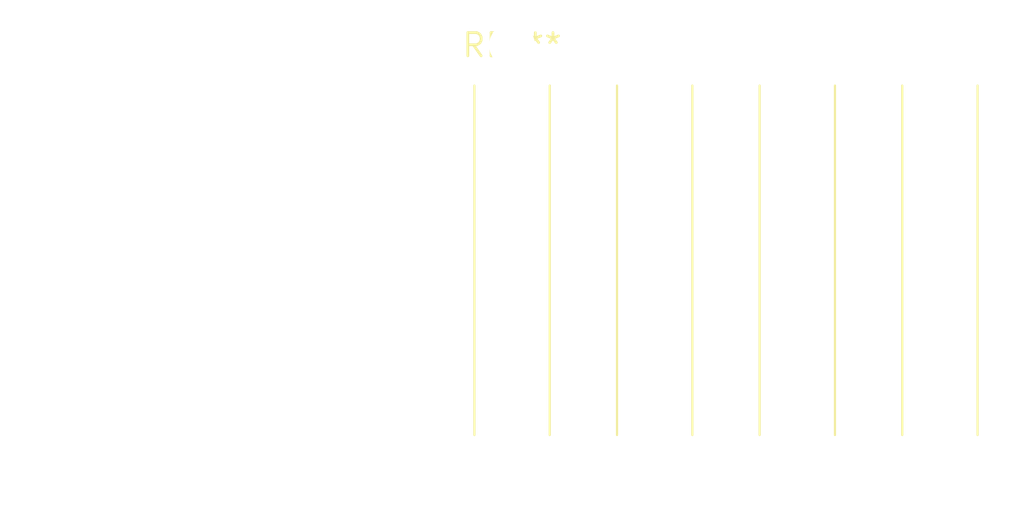
<source format=kicad_pcb>
(kicad_pcb (version 20240108) (generator pcbnew)
  (layers (0 "F.Cu" signal) (31 "B.Cu" signal) (34 "B.Paste" user) (35 "F.Paste" user) (36 "B.SilkS" user "B.Silkscreen") (37 "F.SilkS" user "F.Silkscreen") (38 "B.Mask" user) (39 "F.Mask" user) (44 "Edge.Cuts" user))
  (net 0 "")
  (footprint "SolderWire-2sqmm_1x04_P7.8mm_D2mm_OD3.9mm_Relief" (layer "F.Cu") (at 0 0)
    (property "Reference" "REF**")
    (property "Value" "SolderWire-2sqmm_1x04_P7.8mm_D2mm_OD3.9mm_Relief")
    (fp_line (start -2.06 2.21) (end -2.06 21.34) (layer "F.SilkS") (stroke (width 0.12)))
    (fp_line (start 2.06 2.21) (end 2.06 21.34) (layer "F.SilkS") (stroke (width 0.12)))
    (fp_line (start 5.74 2.21) (end 5.74 21.34) (layer "F.SilkS") (stroke (width 0.12)))
    (fp_line (start 9.86 2.21) (end 9.86 21.34) (layer "F.SilkS") (stroke (width 0.12)))
    (fp_line (start 13.54 2.21) (end 13.54 21.34) (layer "F.SilkS") (stroke (width 0.12)))
    (fp_line (start 17.66 2.21) (end 17.66 21.34) (layer "F.SilkS") (stroke (width 0.12)))
    (fp_line (start 21.34 2.21) (end 21.34 21.34) (layer "F.SilkS") (stroke (width 0.12)))
    (fp_line (start 25.46 2.21) (end 25.46 21.34) (layer "F.SilkS") (stroke (width 0.12)))
    (pad "" np_thru_hole circle (at 0 23.4) (size 4.4 4.4) (drill 4.4) (layers *.Cu *.Mask))
    (pad "" np_thru_hole circle (at 7.8 23.4) (size 4.4 4.4) (drill 4.4) (layers *.Cu *.Mask))
    (pad "" np_thru_hole circle (at 15.6 23.4) (size 4.4 4.4) (drill 4.4) (layers *.Cu *.Mask))
    (pad "" np_thru_hole circle (at 23.4 23.4) (size 4.4 4.4) (drill 4.4) (layers *.Cu *.Mask))
    (pad "1" thru_hole roundrect (at 0 0) (size 3.9 3.9) (drill 2.5) (layers *.Cu *.Mask) (remove_unused_layers) (roundrect_rratio 0.064103))
    (pad "2" thru_hole circle (at 7.8 0) (size 3.9 3.9) (drill 2.5) (layers *.Cu *.Mask) (remove_unused_layers))
    (pad "3" thru_hole circle (at 15.6 0) (size 3.9 3.9) (drill 2.5) (layers *.Cu *.Mask) (remove_unused_layers))
    (pad "4" thru_hole circle (at 23.4 0) (size 3.9 3.9) (drill 2.5) (layers *.Cu *.Mask) (remove_unused_layers))
  )
)
</source>
